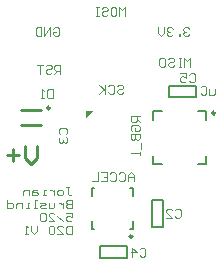
<source format=gbo>
G04 Layer_Color=13813960*
%FSLAX24Y24*%
%MOIN*%
G70*
G01*
G75*
%ADD28C,0.0100*%
%ADD44C,0.0098*%
%ADD45C,0.0079*%
%ADD46C,0.0059*%
%ADD47C,0.0039*%
G36*
X22747Y24222D02*
Y24472D01*
X22997D01*
X22747Y24222D01*
D02*
G37*
D28*
X21535Y24567D02*
G03*
X21535Y24567I-39J0D01*
G01*
X20571Y24498D02*
X21240D01*
X20571Y24006D02*
X21240D01*
X21102Y23316D02*
Y22916D01*
X20902Y22717D01*
X20702Y22916D01*
Y23316D01*
X20503Y23016D02*
X20103D01*
X20303Y23216D02*
Y22817D01*
D44*
X27047Y24400D02*
G03*
X27047Y24400I-49J0D01*
G01*
X24291Y20285D02*
G03*
X24291Y20285I-49J0D01*
G01*
D45*
X24990Y24459D02*
X25266D01*
X24990Y24183D02*
Y24459D01*
Y22707D02*
X25266D01*
X24990D02*
Y22982D01*
X26467Y22707D02*
X26742D01*
Y22982D01*
X26467Y24459D02*
X26742D01*
Y24183D02*
Y24459D01*
X22943Y21624D02*
Y21900D01*
X23022D01*
X22943Y20541D02*
Y20817D01*
Y20541D02*
X23022D01*
X24301Y21624D02*
Y21900D01*
X24222D02*
X24301D01*
X24222Y20541D02*
X24301D01*
Y20817D01*
D46*
X24111Y19574D02*
Y19954D01*
X23211D02*
X24111D01*
X23211Y19574D02*
X24111D01*
X23211D02*
Y19954D01*
X24928Y20613D02*
X25308D01*
Y21513D01*
X24928Y20613D02*
Y21513D01*
X25308D01*
X26395Y24928D02*
Y25308D01*
X25495D02*
X26395D01*
X25495Y24928D02*
X26395D01*
X25495D02*
Y25308D01*
D47*
X21630Y25195D02*
Y24900D01*
X21482D01*
X21433Y24949D01*
Y25146D01*
X21482Y25195D01*
X21630D01*
X21335Y24900D02*
X21236D01*
X21286D01*
Y25195D01*
X21335Y25146D01*
X22283Y20650D02*
Y20354D01*
X22136D01*
X22087Y20404D01*
Y20600D01*
X22136Y20650D01*
X22283D01*
X21792Y20354D02*
X21988D01*
X21792Y20551D01*
Y20600D01*
X21841Y20650D01*
X21939D01*
X21988Y20600D01*
X21693D02*
X21644Y20650D01*
X21546D01*
X21496Y20600D01*
Y20404D01*
X21546Y20354D01*
X21644D01*
X21693Y20404D01*
Y20600D01*
X21103Y20650D02*
Y20453D01*
X21004Y20354D01*
X20906Y20453D01*
Y20650D01*
X20808Y20354D02*
X20709D01*
X20758D01*
Y20650D01*
X20808Y20600D01*
X22087Y21083D02*
X22283D01*
Y20935D01*
X22185Y20984D01*
X22136D01*
X22087Y20935D01*
Y20837D01*
X22136Y20787D01*
X22234D01*
X22283Y20837D01*
X21988Y20787D02*
X21792Y20984D01*
X21496Y20787D02*
X21693D01*
X21496Y20984D01*
Y21033D01*
X21546Y21083D01*
X21644D01*
X21693Y21033D01*
X21398D02*
X21349Y21083D01*
X21250D01*
X21201Y21033D01*
Y20837D01*
X21250Y20787D01*
X21349D01*
X21398Y20837D01*
Y21033D01*
X22283Y21516D02*
Y21220D01*
X22136D01*
X22087Y21270D01*
Y21319D01*
X22136Y21368D01*
X22283D01*
X22136D01*
X22087Y21417D01*
Y21466D01*
X22136Y21516D01*
X22283D01*
X21988Y21417D02*
Y21220D01*
Y21319D01*
X21939Y21368D01*
X21890Y21417D01*
X21841D01*
X21693D02*
Y21270D01*
X21644Y21220D01*
X21496D01*
Y21417D01*
X21398Y21220D02*
X21250D01*
X21201Y21270D01*
X21250Y21319D01*
X21349D01*
X21398Y21368D01*
X21349Y21417D01*
X21201D01*
X21103Y21220D02*
X21004D01*
X21054D01*
Y21516D01*
X21103D01*
X20857Y21220D02*
X20758D01*
X20808D01*
Y21417D01*
X20857D01*
X20611Y21220D02*
Y21417D01*
X20463D01*
X20414Y21368D01*
Y21220D01*
X20119Y21516D02*
Y21220D01*
X20266D01*
X20316Y21270D01*
Y21368D01*
X20266Y21417D01*
X20119D01*
X22087Y21949D02*
X22185D01*
X22136D01*
Y21703D01*
X22185Y21654D01*
X22234D01*
X22283Y21703D01*
X21939Y21654D02*
X21841D01*
X21792Y21703D01*
Y21801D01*
X21841Y21850D01*
X21939D01*
X21988Y21801D01*
Y21703D01*
X21939Y21654D01*
X21693Y21850D02*
Y21654D01*
Y21752D01*
X21644Y21801D01*
X21595Y21850D01*
X21546D01*
X21398Y21654D02*
X21300D01*
X21349D01*
Y21850D01*
X21398D01*
X21103D02*
X21004D01*
X20955Y21801D01*
Y21654D01*
X21103D01*
X21152Y21703D01*
X21103Y21752D01*
X20955D01*
X20857Y21654D02*
Y21850D01*
X20709D01*
X20660Y21801D01*
Y21654D01*
X24331Y22126D02*
Y22323D01*
X24232Y22421D01*
X24134Y22323D01*
Y22126D01*
Y22274D01*
X24331D01*
X23839Y22372D02*
X23888Y22421D01*
X23986D01*
X24036Y22372D01*
Y22175D01*
X23986Y22126D01*
X23888D01*
X23839Y22175D01*
X23544Y22372D02*
X23593Y22421D01*
X23691D01*
X23740Y22372D01*
Y22175D01*
X23691Y22126D01*
X23593D01*
X23544Y22175D01*
X23248Y22421D02*
X23445D01*
Y22126D01*
X23248D01*
X23445Y22274D02*
X23347D01*
X23150Y22421D02*
Y22126D01*
X22953D01*
X25709Y21151D02*
X25758Y21201D01*
X25856D01*
X25906Y21151D01*
Y20955D01*
X25856Y20906D01*
X25758D01*
X25709Y20955D01*
X25414Y20906D02*
X25610D01*
X25414Y21102D01*
Y21151D01*
X25463Y21201D01*
X25561D01*
X25610Y21151D01*
X21880Y23701D02*
X21831Y23750D01*
Y23848D01*
X21880Y23898D01*
X22077D01*
X22126Y23848D01*
Y23750D01*
X22077Y23701D01*
X21880Y23602D02*
X21831Y23553D01*
Y23455D01*
X21880Y23406D01*
X21929D01*
X21978Y23455D01*
Y23504D01*
Y23455D01*
X22028Y23406D01*
X22077D01*
X22126Y23455D01*
Y23553D01*
X22077Y23602D01*
X24528Y19852D02*
X24577Y19901D01*
X24675D01*
X24724Y19852D01*
Y19655D01*
X24675Y19606D01*
X24577D01*
X24528Y19655D01*
X24282Y19606D02*
Y19901D01*
X24429Y19754D01*
X24232D01*
X26181Y25679D02*
X26230Y25728D01*
X26329D01*
X26378Y25679D01*
Y25482D01*
X26329Y25433D01*
X26230D01*
X26181Y25482D01*
X25886Y25728D02*
X26083D01*
Y25581D01*
X25984Y25630D01*
X25935D01*
X25886Y25581D01*
Y25482D01*
X25935Y25433D01*
X26034D01*
X26083Y25482D01*
X27054Y25207D02*
Y25059D01*
X27005Y25010D01*
X26858D01*
Y25207D01*
X26562Y25256D02*
X26612Y25305D01*
X26710D01*
X26759Y25256D01*
Y25059D01*
X26710Y25010D01*
X26612D01*
X26562Y25059D01*
X24528Y24291D02*
X24232D01*
Y24144D01*
X24282Y24095D01*
X24380D01*
X24429Y24144D01*
Y24291D01*
Y24193D02*
X24528Y24095D01*
X24282Y23799D02*
X24232Y23849D01*
Y23947D01*
X24282Y23996D01*
X24478D01*
X24528Y23947D01*
Y23849D01*
X24478Y23799D01*
X24380D01*
Y23898D01*
X24232Y23701D02*
X24528D01*
Y23553D01*
X24478Y23504D01*
X24429D01*
X24380Y23553D01*
Y23701D01*
Y23553D01*
X24331Y23504D01*
X24282D01*
X24232Y23553D01*
Y23701D01*
X24577Y23406D02*
Y23209D01*
X24528Y23111D02*
Y23012D01*
Y23061D01*
X24232D01*
X24282Y23111D01*
X26220Y25945D02*
Y26240D01*
X26122Y26142D01*
X26024Y26240D01*
Y25945D01*
X25925Y26240D02*
X25827D01*
X25876D01*
Y25945D01*
X25925D01*
X25827D01*
X25483Y26191D02*
X25532Y26240D01*
X25630D01*
X25679Y26191D01*
Y26142D01*
X25630Y26092D01*
X25532D01*
X25483Y26043D01*
Y25994D01*
X25532Y25945D01*
X25630D01*
X25679Y25994D01*
X25237Y26240D02*
X25335D01*
X25384Y26191D01*
Y25994D01*
X25335Y25945D01*
X25237D01*
X25187Y25994D01*
Y26191D01*
X25237Y26240D01*
X26181Y27214D02*
X26132Y27264D01*
X26034D01*
X25984Y27214D01*
Y27165D01*
X26034Y27116D01*
X26083D01*
X26034D01*
X25984Y27067D01*
Y27018D01*
X26034Y26969D01*
X26132D01*
X26181Y27018D01*
X25886Y26969D02*
Y27018D01*
X25837D01*
Y26969D01*
X25886D01*
X25640Y27214D02*
X25591Y27264D01*
X25492D01*
X25443Y27214D01*
Y27165D01*
X25492Y27116D01*
X25542D01*
X25492D01*
X25443Y27067D01*
Y27018D01*
X25492Y26969D01*
X25591D01*
X25640Y27018D01*
X25345Y27264D02*
Y27067D01*
X25246Y26969D01*
X25148Y27067D01*
Y27264D01*
X21890Y25709D02*
Y26004D01*
X21742D01*
X21693Y25955D01*
Y25856D01*
X21742Y25807D01*
X21890D01*
X21791D02*
X21693Y25709D01*
X21398Y25955D02*
X21447Y26004D01*
X21545D01*
X21595Y25955D01*
Y25905D01*
X21545Y25856D01*
X21447D01*
X21398Y25807D01*
Y25758D01*
X21447Y25709D01*
X21545D01*
X21595Y25758D01*
X21299Y26004D02*
X21103D01*
X21201D01*
Y25709D01*
X21654Y27214D02*
X21703Y27264D01*
X21801D01*
X21850Y27214D01*
Y27018D01*
X21801Y26969D01*
X21703D01*
X21654Y27018D01*
Y27116D01*
X21752D01*
X21555Y26969D02*
Y27264D01*
X21358Y26969D01*
Y27264D01*
X21260D02*
Y26969D01*
X21112D01*
X21063Y27018D01*
Y27214D01*
X21112Y27264D01*
X21260D01*
X24055Y27638D02*
Y27933D01*
X23957Y27835D01*
X23858Y27933D01*
Y27638D01*
X23612Y27933D02*
X23711D01*
X23760Y27884D01*
Y27687D01*
X23711Y27638D01*
X23612D01*
X23563Y27687D01*
Y27884D01*
X23612Y27933D01*
X23268Y27884D02*
X23317Y27933D01*
X23416D01*
X23465Y27884D01*
Y27835D01*
X23416Y27785D01*
X23317D01*
X23268Y27736D01*
Y27687D01*
X23317Y27638D01*
X23416D01*
X23465Y27687D01*
X23170Y27933D02*
X23071D01*
X23120D01*
Y27638D01*
X23170D01*
X23071D01*
X23780Y25285D02*
X23829Y25335D01*
X23927D01*
X23976Y25285D01*
Y25236D01*
X23927Y25187D01*
X23829D01*
X23780Y25138D01*
Y25089D01*
X23829Y25039D01*
X23927D01*
X23976Y25089D01*
X23484Y25285D02*
X23534Y25335D01*
X23632D01*
X23681Y25285D01*
Y25089D01*
X23632Y25039D01*
X23534D01*
X23484Y25089D01*
X23386Y25335D02*
Y25039D01*
Y25138D01*
X23189Y25335D01*
X23337Y25187D01*
X23189Y25039D01*
M02*

</source>
